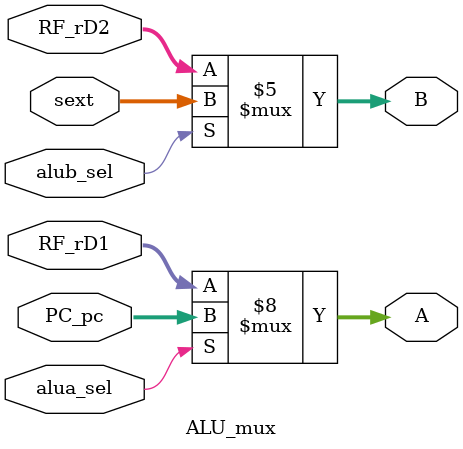
<source format=v>
`timescale 1ns / 1ps
module ALU_mux(
    input alua_sel,
    input alub_sel,
    input [31:0] RF_rD1,
    input [31:0] PC_pc,
    input [31:0] RF_rD2,
    input [31:0] sext,
    output reg [31:0] A,
    output reg [31:0] B
    );

always @(*) begin
    if(alua_sel == 0)
        A = RF_rD1;
    else
        A = PC_pc;
    if(alub_sel == 0)
        B = RF_rD2;
    else
        B = sext;
end
endmodule

</source>
